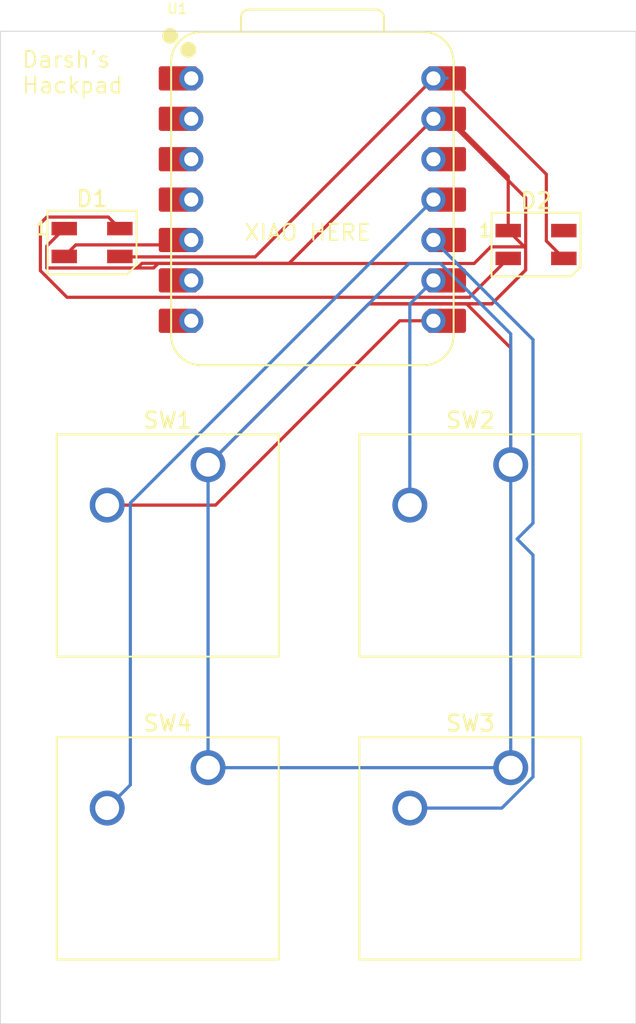
<source format=kicad_pcb>
(kicad_pcb (version 20241229) (generator "pcbnew") (generator_version "9.0")
  (layers (0 "F.Cu" signal) (2 "B.Cu" signal) (13 "F.Paste" user) (15 "B.Paste" user) (5 "F.SilkS" user "F.Silkscreen") (7 "B.SilkS" user "B.Silkscreen") (1 "F.Mask" user) (3 "B.Mask" user) (25 "Edge.Cuts" user))
  (net 0 "")
  (net 1 "Net-(D1-DIN)")
  (net 2 "Net-(D1-DOUT)")
  (net 3 "GND")
  (net 4 "+5V")
  (net 6 "Net-(U1-GPIO1{slash}RX)")
  (net 7 "Net-(U1-GPIO2{slash}SCK)")
  (net 8 "Net-(U1-GPIO4{slash}MISO)")
  (net 9 "Net-(U1-GPIO3{slash}MOSI)")
  (net 12 "unconnected-(U1-GPIO27{slash}ADC1{slash}A1-Pad2)")
  (net 13 "unconnected-(U1-3V3-Pad12)")
  (net 15 "unconnected-(U1-GPIO26{slash}ADC0{slash}A0-Pad1)")
  (footprint "OPL Library:XIAO-RP2040-DIP" (layer "F.Cu") (at 68.636 140.17625)
    (property "Reference" "U1" (at -8.5 -12 0) (layer "F.SilkS") (effects (font (size 0.635 0.635) (thickness 0.1016))))
    (property "Value" "XIAO-RP2040-DIP")
    (fp_line (start -8.89 8.509) (end -8.89 -8.636) (stroke (width 0.127)) (layer "F.SilkS"))
    (fp_line (start -6.985 10.414) (end 6.985 10.414) (stroke (width 0.127)) (layer "F.SilkS"))
    (fp_line (start -4.495 -10.541) (end -4.491272 -11.451272) (stroke (width 0.127)) (layer "F.SilkS"))
    (fp_line (start -3.991272 -11.951) (end 4.004 -11.951) (stroke (width 0.127)) (layer "F.SilkS"))
    (fp_line (start 4.504 -11.451) (end 4.504 -10.541) (stroke (width 0.127)) (layer "F.SilkS"))
    (fp_line (start 6.985 -10.541) (end -6.985 -10.541) (stroke (width 0.1)) (layer "F.SilkS"))
    (fp_line (start 6.985 -10.541) (end -6.985 -10.541) (stroke (width 0.127)) (layer "F.SilkS"))
    (fp_line (start 8.89 8.509) (end 8.89 -8.636) (stroke (width 0.127)) (layer "F.SilkS"))
    (fp_arc (start -8.89 -8.636) (mid -8.332038 -9.983038) (end -6.985 -10.541) (stroke (width 0.127)) (layer "F.SilkS"))
    (fp_arc (start -6.985 10.414) (mid -8.332038 9.856038) (end -8.89 8.509) (stroke (width 0.127)) (layer "F.SilkS"))
    (fp_arc (start -4.491272 -11.451272) (mid -4.344728 -11.80464) (end -3.991272 -11.951) (stroke (width 0.127)) (layer "F.SilkS"))
    (fp_arc (start 4.004 -11.951) (mid 4.357553 -11.804553) (end 4.504 -11.451) (stroke (width 0.127)) (layer "F.SilkS"))
    (fp_arc (start 6.985 -10.541) (mid 8.332038 -9.983038) (end 8.89 -8.636) (stroke (width 0.127)) (layer "F.SilkS"))
    (fp_arc (start 8.89 8.509) (mid 8.332038 9.856038) (end 6.985 10.414) (stroke (width 0.127)) (layer "F.SilkS"))
    (fp_circle (center -8.95 -10.3) (end -8.95 -10.554) (stroke (width 0.5)) (fill yes) (layer "F.SilkS"))
    (fp_circle (center -7.807 -9.42) (end -7.807 -9.674) (stroke (width 0.5)) (fill yes) (layer "F.SilkS"))
    (pad "1" smd roundrect (at -8.455 -7.62 180) (size 2.432 1.524) (layers "F.Cu" "F.Mask") (roundrect_rratio 0.1) (net 15 "unconnected-(U1-GPIO26{slash}ADC0{slash}A0-Pad1)"))
    (pad "1" thru_hole circle (at -7.62 -7.62 180) (size 1.524 1.524) (drill 0.889) (layers "*.Cu" "*.Mask") (net 15 "unconnected-(U1-GPIO26{slash}ADC0{slash}A0-Pad1)"))
    (pad "2" smd roundrect (at -8.455 -5.08 180) (size 2.432 1.524) (layers "F.Cu" "F.Mask") (roundrect_rratio 0.1) (net 12 "unconnected-(U1-GPIO27{slash}ADC1{slash}A1-Pad2)"))
    (pad "2" thru_hole circle (at -7.62 -5.08 180) (size 1.524 1.524) (drill 0.889) (layers "*.Cu" "*.Mask") (net 12 "unconnected-(U1-GPIO27{slash}ADC1{slash}A1-Pad2)"))
    (pad "3" smd roundrect (at -8.455 -2.54 180) (size 2.432 1.524) (layers "F.Cu" "F.Mask") (roundrect_rratio 0.1))
    (pad "3" thru_hole circle (at -7.62 -2.54 180) (size 1.524 1.524) (drill 0.889) (layers "*.Cu" "*.Mask"))
    (pad "4" smd roundrect (at -8.455 0 180) (size 2.432 1.524) (layers "F.Cu" "F.Mask") (roundrect_rratio 0.1))
    (pad "4" thru_hole circle (at -7.62 0 180) (size 1.524 1.524) (drill 0.889) (layers "*.Cu" "*.Mask"))
    (pad "5" smd roundrect (at -8.455 2.54 180) (size 2.432 1.524) (layers "F.Cu" "F.Mask") (roundrect_rratio 0.1) (net 1 "Net-(D1-DIN)"))
    (pad "5" thru_hole circle (at -7.62 2.54 180) (size 1.524 1.524) (drill 0.889) (layers "*.Cu" "*.Mask") (net 1 "Net-(D1-DIN)"))
    (pad "6" smd roundrect (at -8.455 5.08 180) (size 2.432 1.524) (layers "F.Cu" "F.Mask") (roundrect_rratio 0.1))
    (pad "6" thru_hole circle (at -7.62 5.08 180) (size 1.524 1.524) (drill 0.889) (layers "*.Cu" "*.Mask"))
    (pad "7" smd roundrect (at -8.455 7.62 180) (size 2.432 1.524) (layers "F.Cu" "F.Mask") (roundrect_rratio 0.1))
    (pad "7" thru_hole circle (at -7.62 7.62 180) (size 1.524 1.524) (drill 0.889) (layers "*.Cu" "*.Mask"))
    (pad "8" thru_hole circle (at 7.62 7.62) (size 1.524 1.524) (drill 0.889) (layers "*.Cu" "*.Mask") (net 6 "Net-(U1-GPIO1{slash}RX)"))
    (pad "8" smd roundrect (at 8.455 7.62) (size 2.432 1.524) (layers "F.Cu" "F.Mask") (roundrect_rratio 0.1) (net 6 "Net-(U1-GPIO1{slash}RX)"))
    (pad "9" thru_hole circle (at 7.62 5.08) (size 1.524 1.524) (drill 0.889) (layers "*.Cu" "*.Mask") (net 7 "Net-(U1-GPIO2{slash}SCK)"))
    (pad "9" smd roundrect (at 8.455 5.08) (size 2.432 1.524) (layers "F.Cu" "F.Mask") (roundrect_rratio 0.1) (net 7 "Net-(U1-GPIO2{slash}SCK)"))
    (pad "10" thru_hole circle (at 7.62 2.54) (size 1.524 1.524) (drill 0.889) (layers "*.Cu" "*.Mask") (net 8 "Net-(U1-GPIO4{slash}MISO)"))
    (pad "10" smd roundrect (at 8.455 2.54) (size 2.432 1.524) (layers "F.Cu" "F.Mask") (roundrect_rratio 0.1) (net 8 "Net-(U1-GPIO4{slash}MISO)"))
    (pad "11" thru_hole circle (at 7.62 0) (size 1.524 1.524) (drill 0.889) (layers "*.Cu" "*.Mask") (net 9 "Net-(U1-GPIO3{slash}MOSI)"))
    (pad "11" smd roundrect (at 8.455 0) (size 2.432 1.524) (layers "F.Cu" "F.Mask") (roundrect_rratio 0.1) (net 9 "Net-(U1-GPIO3{slash}MOSI)"))
    (pad "12" thru_hole circle (at 7.62 -2.54) (size 1.524 1.524) (drill 0.889) (layers "*.Cu" "*.Mask") (net 13 "unconnected-(U1-3V3-Pad12)"))
    (pad "12" smd roundrect (at 8.455 -2.54) (size 2.432 1.524) (layers "F.Cu" "F.Mask") (roundrect_rratio 0.1) (net 13 "unconnected-(U1-3V3-Pad12)"))
    (pad "13" thru_hole circle (at 7.62 -5.08) (size 1.524 1.524) (drill 0.889) (layers "*.Cu" "*.Mask") (net 3 "GND"))
    (pad "13" smd roundrect (at 8.455 -5.08) (size 2.432 1.524) (layers "F.Cu" "F.Mask") (roundrect_rratio 0.1) (net 3 "GND"))
    (pad "14" thru_hole circle (at 7.62 -7.62) (size 1.524 1.524) (drill 0.889) (layers "*.Cu" "*.Mask") (net 4 "+5V"))
    (pad "14" smd roundrect (at 8.455 -7.62) (size 2.432 1.524) (layers "F.Cu" "F.Mask") (roundrect_rratio 0.1) (net 4 "+5V"))
  )
  (footprint "Button_Switch_Keyboard:SW_Cherry_MX_1.00u_PCB" (layer "F.Cu") (at 81.12125 175.895)
    (property "Reference" "SW3" (at -2.54 -2.794 0) (layer "F.SilkS"))
    (property "Value" "SW_Push")
    (fp_line (start -9.525 -1.905) (end 4.445 -1.905) (stroke (width 0.12)) (layer "F.SilkS"))
    (fp_line (start -9.525 12.065) (end -9.525 -1.905) (stroke (width 0.12)) (layer "F.SilkS"))
    (fp_line (start 4.445 -1.905) (end 4.445 12.065) (stroke (width 0.12)) (layer "F.SilkS"))
    (fp_line (start 4.445 12.065) (end -9.525 12.065) (stroke (width 0.12)) (layer "F.SilkS"))
    (pad "" np_thru_hole circle (at -7.62 5.08) (size 1.7 1.7) (drill 1.7) (layers "*.Cu" "*.Mask"))
    (pad "" np_thru_hole circle (at -2.54 5.08) (size 4 4) (drill 4) (layers "*.Cu" "*.Mask"))
    (pad "" np_thru_hole circle (at 2.54 5.08) (size 1.7 1.7) (drill 1.7) (layers "*.Cu" "*.Mask"))
    (pad "1" thru_hole circle (at 0 0) (size 2.2 2.2) (drill 1.5) (layers "*.Cu" "*.Mask") (net 3 "GND"))
    (pad "2" thru_hole circle (at -6.35 2.54) (size 2.2 2.2) (drill 1.5) (layers "*.Cu" "*.Mask") (net 8 "Net-(U1-GPIO4{slash}MISO)"))
  )
  (footprint "Button_Switch_Keyboard:SW_Cherry_MX_1.00u_PCB" (layer "F.Cu") (at 81.12125 156.845)
    (property "Reference" "SW2" (at -2.54 -2.794 0) (layer "F.SilkS"))
    (property "Value" "SW_Push")
    (fp_line (start -9.525 -1.905) (end 4.445 -1.905) (stroke (width 0.12)) (layer "F.SilkS"))
    (fp_line (start -9.525 12.065) (end -9.525 -1.905) (stroke (width 0.12)) (layer "F.SilkS"))
    (fp_line (start 4.445 -1.905) (end 4.445 12.065) (stroke (width 0.12)) (layer "F.SilkS"))
    (fp_line (start 4.445 12.065) (end -9.525 12.065) (stroke (width 0.12)) (layer "F.SilkS"))
    (pad "" np_thru_hole circle (at -7.62 5.08) (size 1.7 1.7) (drill 1.7) (layers "*.Cu" "*.Mask"))
    (pad "" np_thru_hole circle (at -2.54 5.08) (size 4 4) (drill 4) (layers "*.Cu" "*.Mask"))
    (pad "" np_thru_hole circle (at 2.54 5.08) (size 1.7 1.7) (drill 1.7) (layers "*.Cu" "*.Mask"))
    (pad "1" thru_hole circle (at 0 0) (size 2.2 2.2) (drill 1.5) (layers "*.Cu" "*.Mask") (net 3 "GND"))
    (pad "2" thru_hole circle (at -6.35 2.54) (size 2.2 2.2) (drill 1.5) (layers "*.Cu" "*.Mask") (net 7 "Net-(U1-GPIO2{slash}SCK)"))
  )
  (footprint "Button_Switch_Keyboard:SW_Cherry_MX_1.00u_PCB" (layer "F.Cu") (at 62.07125 156.845)
    (property "Reference" "SW1" (at -2.54 -2.794 0) (layer "F.SilkS"))
    (property "Value" "SW_Push")
    (fp_line (start -9.525 -1.905) (end 4.445 -1.905) (stroke (width 0.12)) (layer "F.SilkS"))
    (fp_line (start -9.525 12.065) (end -9.525 -1.905) (stroke (width 0.12)) (layer "F.SilkS"))
    (fp_line (start 4.445 -1.905) (end 4.445 12.065) (stroke (width 0.12)) (layer "F.SilkS"))
    (fp_line (start 4.445 12.065) (end -9.525 12.065) (stroke (width 0.12)) (layer "F.SilkS"))
    (pad "" np_thru_hole circle (at -7.62 5.08) (size 1.7 1.7) (drill 1.7) (layers "*.Cu" "*.Mask"))
    (pad "" np_thru_hole circle (at -2.54 5.08) (size 4 4) (drill 4) (layers "*.Cu" "*.Mask"))
    (pad "" np_thru_hole circle (at 2.54 5.08) (size 1.7 1.7) (drill 1.7) (layers "*.Cu" "*.Mask"))
    (pad "1" thru_hole circle (at 0 0) (size 2.2 2.2) (drill 1.5) (layers "*.Cu" "*.Mask") (net 3 "GND"))
    (pad "2" thru_hole circle (at -6.35 2.54) (size 2.2 2.2) (drill 1.5) (layers "*.Cu" "*.Mask") (net 6 "Net-(U1-GPIO1{slash}RX)"))
  )
  (footprint "LED_SMD:LED_SK6812MINI_PLCC4_3.5x3.5mm_P1.75mm" (layer "F.Cu") (at 82.7125 143)
    (property "Reference" "D2" (at 0 -2.75 0) (layer "F.SilkS"))
    (property "Value" "SK6812")
    (fp_line (start -2.8 -2) (end -2.8 2) (stroke (width 0.12)) (layer "F.SilkS"))
    (fp_line (start -2.8 -2) (end 2.8 -2) (stroke (width 0.12)) (layer "F.SilkS"))
    (fp_line (start -2.8 2) (end 2.2 2) (stroke (width 0.12)) (layer "F.SilkS"))
    (fp_line (start 2.8 1.4) (end 2.2 2) (stroke (width 0.12)) (layer "F.SilkS"))
    (fp_line (start 2.8 1.4) (end 2.8 -2) (stroke (width 0.12)) (layer "F.SilkS"))
    (fp_text user "1" (at -3.2 -0.875 0) (layer "F.SilkS") (effects (font (size 0.8 0.8))))
    (pad "1" smd rect (at -1.75 -0.875) (size 1.6 0.85) (layers "F.Cu" "F.Mask" "F.Paste") (net 3 "GND"))
    (pad "2" smd rect (at -1.75 0.875) (size 1.6 0.85) (layers "F.Cu" "F.Mask" "F.Paste") (net 2 "Net-(D1-DOUT)"))
    (pad "3" smd rect (at 1.75 0.875) (size 1.6 0.85) (layers "F.Cu" "F.Mask" "F.Paste") (net 4 "+5V"))
    (pad "4" smd rect (at 1.75 -0.875) (size 1.6 0.85) (layers "F.Cu" "F.Mask" "F.Paste"))
  )
  (footprint "LED_SMD:LED_SK6812MINI_PLCC4_3.5x3.5mm_P1.75mm" (layer "F.Cu") (at 54.76875 142.875)
    (property "Reference" "D1" (at 0 -2.75 0) (layer "F.SilkS"))
    (property "Value" "SK6812")
    (fp_line (start -2.8 -2) (end -2.8 2) (stroke (width 0.12)) (layer "F.SilkS"))
    (fp_line (start -2.8 -2) (end 2.8 -2) (stroke (width 0.12)) (layer "F.SilkS"))
    (fp_line (start -2.8 2) (end 2.2 2) (stroke (width 0.12)) (layer "F.SilkS"))
    (fp_line (start 2.8 1.4) (end 2.2 2) (stroke (width 0.12)) (layer "F.SilkS"))
    (fp_line (start 2.8 1.4) (end 2.8 -2) (stroke (width 0.12)) (layer "F.SilkS"))
    (fp_text user "1" (at -3.2 -0.875 0) (layer "F.SilkS") (effects (font (size 0.8 0.8))))
    (pad "1" smd rect (at -1.75 -0.875) (size 1.6 0.85) (layers "F.Cu" "F.Mask" "F.Paste") (net 3 "GND"))
    (pad "2" smd rect (at -1.75 0.875) (size 1.6 0.85) (layers "F.Cu" "F.Mask" "F.Paste") (net 1 "Net-(D1-DIN)"))
    (pad "3" smd rect (at 1.75 0.875) (size 1.6 0.85) (layers "F.Cu" "F.Mask" "F.Paste") (net 4 "+5V"))
    (pad "4" smd rect (at 1.75 -0.875) (size 1.6 0.85) (layers "F.Cu" "F.Mask" "F.Paste") (net 2 "Net-(D1-DOUT)"))
  )
  (footprint "Button_Switch_Keyboard:SW_Cherry_MX_1.00u_PCB" (layer "F.Cu") (at 62.07125 175.895)
    (property "Reference" "SW4" (at -2.54 -2.794 0) (layer "F.SilkS"))
    (property "Value" "SW_Push")
    (fp_line (start -9.525 -1.905) (end 4.445 -1.905) (stroke (width 0.12)) (layer "F.SilkS"))
    (fp_line (start -9.525 12.065) (end -9.525 -1.905) (stroke (width 0.12)) (layer "F.SilkS"))
    (fp_line (start 4.445 -1.905) (end 4.445 12.065) (stroke (width 0.12)) (layer "F.SilkS"))
    (fp_line (start 4.445 12.065) (end -9.525 12.065) (stroke (width 0.12)) (layer "F.SilkS"))
    (pad "" np_thru_hole circle (at -7.62 5.08) (size 1.7 1.7) (drill 1.7) (layers "*.Cu" "*.Mask"))
    (pad "" np_thru_hole circle (at -2.54 5.08) (size 4 4) (drill 4) (layers "*.Cu" "*.Mask"))
    (pad "" np_thru_hole circle (at 2.54 5.08) (size 1.7 1.7) (drill 1.7) (layers "*.Cu" "*.Mask"))
    (pad "1" thru_hole circle (at 0 0) (size 2.2 2.2) (drill 1.5) (layers "*.Cu" "*.Mask") (net 3 "GND"))
    (pad "2" thru_hole circle (at -6.35 2.54) (size 2.2 2.2) (drill 1.5) (layers "*.Cu" "*.Mask") (net 9 "Net-(U1-GPIO3{slash}MOSI)"))
  )
  (gr_rect (start 49 129.59125) (end 89 192) (stroke (width 0.05)) (fill no) (layer "Edge.Cuts"))
  (gr_text "Darsh's\nHackpad" (at 50.3 133.57 0) (layer "F.SilkS") (effects (font (size 1 1) (thickness 0.125)) (justify left bottom)))
  (gr_text "XIAO HERE" (at 64.28 142.83 0) (layer "F.SilkS") (effects (font (size 1 1) (thickness 0.125)) (justify left bottom)))
  (segment (start 53.01875 143.75) (end 53.74475 143.024) (width 0.2) (layer "F.Cu") (net 1))
  (segment (start 53.74475 143.024) (end 60.70825 143.024) (width 0.2) (layer "F.Cu") (net 1))
  (segment (start 60.70825 143.024) (end 61.016 142.71625) (width 0.2) (layer "F.Cu") (net 1))
  (segment (start 78.51825 146.31925) (end 80.9625 143.875) (width 0.2) (layer "F.Cu") (net 2))
  (segment (start 51.51675 144.6421) (end 53.1939 146.31925) (width 0.2) (layer "F.Cu") (net 2))
  (segment (start 55.79275 141.274) (end 51.91775 141.274) (width 0.2) (layer "F.Cu") (net 2))
  (segment (start 51.91775 141.274) (end 51.51675 141.675) (width 0.2) (layer "F.Cu") (net 2))
  (segment (start 56.51875 142) (end 55.79275 141.274) (width 0.2) (layer "F.Cu") (net 2))
  (segment (start 51.51675 141.675) (end 51.51675 144.6421) (width 0.2) (layer "F.Cu") (net 2))
  (segment (start 53.1939 146.31925) (end 78.51825 146.31925) (width 0.2) (layer "F.Cu") (net 2))
  (segment (start 80.9625 138.72512) (end 80.9625 142.125) (width 0.2) (layer "F.Cu") (net 3))
  (segment (start 79.8615 143.149) (end 78.81725 144.19325) (width 0.2) (layer "F.Cu") (net 3))
  (segment (start 82.0635 144.601) (end 82.0635 143.149) (width 0.2) (layer "F.Cu") (net 3))
  (segment (start 51.91775 143.101) (end 53.01875 142) (width 0.2) (layer "F.Cu") (net 3))
  (segment (start 72.183 146.73325) (end 79.93125 146.73325) (width 0.2) (layer "F.Cu") (net 3))
  (segment (start 78.81725 144.19325) (end 58.925374 144.19325) (width 0.2) (layer "F.Cu") (net 3))
  (segment (start 82.0635 144.601) (end 82.0635 140.06875) (width 0.2) (layer "F.Cu") (net 3))
  (segment (start 58.925374 144.19325) (end 58.642624 144.476) (width 0.2) (layer "F.Cu") (net 3))
  (segment (start 82.0635 143.226) (end 80.9625 142.125) (width 0.2) (layer "F.Cu") (net 3))
  (segment (start 82.0635 140.06875) (end 77.091 135.09625) (width 0.2) (layer "F.Cu") (net 3))
  (segment (start 67.172 144.18025) (end 76.256 135.09625) (width 0.2) (layer "F.Cu") (net 3))
  (segment (start 82.0635 143.149) (end 79.8615 143.149) (width 0.2) (layer "F.Cu") (net 3))
  (segment (start 72.183 146.73325) (end 78.346626 146.73325) (width 0.2) (layer "F.Cu") (net 3))
  (segment (start 57.61975 144.476) (end 57.9155 144.18025) (width 0.2) (layer "F.Cu") (net 3))
  (segment (start 51.91775 144.476) (end 57.61975 144.476) (width 0.2) (layer "F.Cu") (net 3))
  (segment (start 62.07125 156.845) (end 72.196 146.72025) (width 0.2) (layer "F.Cu") (net 3))
  (segment (start 51.91775 144.476) (end 51.91775 143.101) (width 0.2) (layer "F.Cu") (net 3))
  (segment (start 58.642624 144.476) (end 51.91775 144.476) (width 0.2) (layer "F.Cu") (net 3))
  (segment (start 62.07125 156.845) (end 72.183 146.73325) (width 0.2) (layer "F.Cu") (net 3))
  (segment (start 79.93125 146.73325) (end 82.0635 144.601) (width 0.2) (layer "F.Cu") (net 3))
  (segment (start 77.33363 135.09625) (end 80.9625 138.72512) (width 0.2) (layer "F.Cu") (net 3))
  (segment (start 82.0635 144.601) (end 82.0635 143.226) (width 0.2) (layer "F.Cu") (net 3))
  (segment (start 78.346626 146.73325) (end 81.12125 149.507874) (width 0.2) (layer "F.Cu") (net 3))
  (segment (start 57.9155 144.18025) (end 67.172 144.18025) (width 0.2) (layer "F.Cu") (net 3))
  (segment (start 76.256 135.09625) (end 77.33363 135.09625) (width 0.2) (layer "F.Cu") (net 3))
  (segment (start 72.196 146.72025) (end 79.94425 146.72025) (width 0.2) (layer "F.Cu") (net 3))
  (segment (start 79.94425 146.72025) (end 82.0635 144.601) (width 0.2) (layer "F.Cu") (net 3))
  (segment (start 81.12125 149.507874) (end 81.12125 156.845) (width 0.2) (layer "F.Cu") (net 3))
  (segment (start 62.07125 156.845) (end 74.723 144.19325) (width 0.2) (layer "B.Cu") (net 3))
  (segment (start 62.07125 175.895) (end 62.07125 156.845) (width 0.2) (layer "B.Cu") (net 3))
  (segment (start 81.12125 148.61819) (end 81.12125 156.845) (width 0.2) (layer "B.Cu") (net 3))
  (segment (start 81.12125 175.895) (end 62.07125 175.895) (width 0.2) (layer "B.Cu") (net 3))
  (segment (start 74.723 144.19325) (end 76.69631 144.19325) (width 0.2) (layer "B.Cu") (net 3))
  (segment (start 81.12125 175.895) (end 81.12125 156.845) (width 0.2) (layer "B.Cu") (net 3))
  (segment (start 76.69631 144.19325) (end 81.12125 148.61819) (width 0.2) (layer "B.Cu") (net 3))
  (segment (start 83.3615 142.774) (end 84.4625 143.875) (width 0.2) (layer "F.Cu") (net 4))
  (segment (start 77.33363 132.55625) (end 83.3615 138.58412) (width 0.2) (layer "F.Cu") (net 4))
  (segment (start 56.548 143.77925) (end 65.033 143.77925) (width 0.2) (layer "F.Cu") (net 4))
  (segment (start 65.033 143.77925) (end 76.256 132.55625) (width 0.2) (layer "F.Cu") (net 4))
  (segment (start 56.51875 143.75) (end 56.548 143.77925) (width 0.2) (layer "F.Cu") (net 4))
  (segment (start 83.3615 138.58412) (end 83.3615 142.774) (width 0.2) (layer "F.Cu") (net 4))
  (segment (start 76.256 132.55625) (end 77.33363 132.55625) (width 0.2) (layer "F.Cu") (net 4))
  (segment (start 76.27225 132.54) (end 76.256 132.55625) (width 0.2) (layer "B.Cu") (net 4))
  (segment (start 77.13 132.54) (end 76.27225 132.54) (width 0.2) (layer "B.Cu") (net 4))
  (segment (start 74.13375 147.79625) (end 77.091 147.79625) (width 0.2) (layer "F.Cu") (net 6))
  (segment (start 55.72125 159.385) (end 62.545 159.385) (width 0.2) (layer "F.Cu") (net 6))
  (segment (start 62.545 159.385) (end 74.13375 147.79625) (width 0.2) (layer "F.Cu") (net 6))
  (segment (start 74.77125 159.385) (end 74.77125 146.741) (width 0.2) (layer "B.Cu") (net 7))
  (segment (start 74.77125 146.741) (end 76.256 145.25625) (width 0.2) (layer "B.Cu") (net 7))
  (segment (start 74.77125 178.435) (end 80.562564 178.435) (width 0.2) (layer "B.Cu") (net 8))
  (segment (start 82.52225 160.52) (end 82.52225 148.9825) (width 0.2) (layer "B.Cu") (net 8))
  (segment (start 76.40625 142.71625) (end 76.64 142.95) (width 0.2) (layer "B.Cu") (net 8))
  (segment (start 82.52225 176.475314) (end 82.52225 162.52) (width 0.2) (layer "B.Cu") (net 8))
  (segment (start 82.52225 162.52) (end 81.52225 161.52) (width 0.2) (layer "B.Cu") (net 8))
  (segment (start 80.562564 178.435) (end 82.52225 176.475314) (width 0.2) (layer "B.Cu") (net 8))
  (segment (start 76.256 142.71625) (end 76.40625 142.71625) (width 0.2) (layer "B.Cu") (net 8))
  (segment (start 81.52225 161.52) (end 82.52225 160.52) (width 0.2) (layer "B.Cu") (net 8))
  (segment (start 82.52225 148.9825) (end 76.256 142.71625) (width 0.2) (layer "B.Cu") (net 8))
  (segment (start 57.18025 176.976) (end 55.72125 178.435) (width 0.2) (layer "B.Cu") (net 9))
  (segment (start 57.18025 159.252) (end 57.18025 176.976) (width 0.2) (layer "B.Cu") (net 9))
  (segment (start 76.256 140.17625) (end 57.18025 159.252) (width 0.2) (layer "B.Cu") (net 9))
  (segment (start 61.016 135.09625) (end 60.181 135.09625) (width 0.2) (layer "F.Cu") (net 12))
  (segment (start 61.016 135.09625) (end 61.016 135.434) (width 0.2) (layer "B.Cu") (net 12))
  (segment (start 61.016 135.434) (end 60.82 135.63) (width 0.2) (layer "B.Cu") (net 12))
  (segment (start 76.256 137.63625) (end 76.256 137.846) (width 0.2) (layer "B.Cu") (net 13))
  (segment (start 76.256 137.846) (end 76.39 137.98) (width 0.2) (layer "B.Cu") (net 13))
  (segment (start 61.016 132.844) (end 60.95 132.91) (width 0.2) (layer "B.Cu") (net 15))
  (segment (start 61.016 132.55625) (end 61.016 132.844) (width 0.2) (layer "B.Cu") (net 15))
)
</source>
